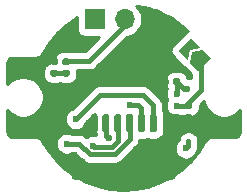
<source format=gtl>
G04 #@! TF.GenerationSoftware,KiCad,Pcbnew,(5.1.6-0-10_14)*
G04 #@! TF.CreationDate,2021-01-19T17:30:13+01:00*
G04 #@! TF.ProjectId,Encoder,456e636f-6465-4722-9e6b-696361645f70,1.1*
G04 #@! TF.SameCoordinates,Original*
G04 #@! TF.FileFunction,Copper,L1,Top*
G04 #@! TF.FilePolarity,Positive*
%FSLAX46Y46*%
G04 Gerber Fmt 4.6, Leading zero omitted, Abs format (unit mm)*
G04 Created by KiCad (PCBNEW (5.1.6-0-10_14)) date 2021-01-19 17:30:13*
%MOMM*%
%LPD*%
G01*
G04 APERTURE LIST*
G04 #@! TA.AperFunction,ComponentPad*
%ADD10O,1.700000X1.700000*%
G04 #@! TD*
G04 #@! TA.AperFunction,ComponentPad*
%ADD11R,1.700000X1.700000*%
G04 #@! TD*
G04 #@! TA.AperFunction,SMDPad,CuDef*
%ADD12C,0.100000*%
G04 #@! TD*
G04 #@! TA.AperFunction,ViaPad*
%ADD13C,0.600000*%
G04 #@! TD*
G04 #@! TA.AperFunction,Conductor*
%ADD14C,0.400000*%
G04 #@! TD*
G04 #@! TA.AperFunction,Conductor*
%ADD15C,0.254000*%
G04 #@! TD*
G04 APERTURE END LIST*
G04 #@! TA.AperFunction,SMDPad,CuDef*
G36*
G01*
X120388000Y-100037400D02*
X120388000Y-98736600D01*
G75*
G02*
X120637600Y-98487000I249600J0D01*
G01*
X121338400Y-98487000D01*
G75*
G02*
X121588000Y-98736600I0J-249600D01*
G01*
X121588000Y-100037400D01*
G75*
G02*
X121338400Y-100287000I-249600J0D01*
G01*
X120637600Y-100287000D01*
G75*
G02*
X120388000Y-100037400I0J249600D01*
G01*
G37*
G04 #@! TD.AperFunction*
G04 #@! TA.AperFunction,SMDPad,CuDef*
G36*
G01*
X112788000Y-100037400D02*
X112788000Y-98736600D01*
G75*
G02*
X113037600Y-98487000I249600J0D01*
G01*
X113738400Y-98487000D01*
G75*
G02*
X113988000Y-98736600I0J-249600D01*
G01*
X113988000Y-100037400D01*
G75*
G02*
X113738400Y-100287000I-249600J0D01*
G01*
X113037600Y-100287000D01*
G75*
G02*
X112788000Y-100037400I0J249600D01*
G01*
G37*
G04 #@! TD.AperFunction*
G04 #@! TA.AperFunction,SMDPad,CuDef*
G36*
G01*
X119388000Y-96137000D02*
X119388000Y-94887000D01*
G75*
G02*
X119538000Y-94737000I150000J0D01*
G01*
X119838000Y-94737000D01*
G75*
G02*
X119988000Y-94887000I0J-150000D01*
G01*
X119988000Y-96137000D01*
G75*
G02*
X119838000Y-96287000I-150000J0D01*
G01*
X119538000Y-96287000D01*
G75*
G02*
X119388000Y-96137000I0J150000D01*
G01*
G37*
G04 #@! TD.AperFunction*
G04 #@! TA.AperFunction,SMDPad,CuDef*
G36*
G01*
X118388000Y-96137000D02*
X118388000Y-94887000D01*
G75*
G02*
X118538000Y-94737000I150000J0D01*
G01*
X118838000Y-94737000D01*
G75*
G02*
X118988000Y-94887000I0J-150000D01*
G01*
X118988000Y-96137000D01*
G75*
G02*
X118838000Y-96287000I-150000J0D01*
G01*
X118538000Y-96287000D01*
G75*
G02*
X118388000Y-96137000I0J150000D01*
G01*
G37*
G04 #@! TD.AperFunction*
G04 #@! TA.AperFunction,SMDPad,CuDef*
G36*
G01*
X117388000Y-96137000D02*
X117388000Y-94887000D01*
G75*
G02*
X117538000Y-94737000I150000J0D01*
G01*
X117838000Y-94737000D01*
G75*
G02*
X117988000Y-94887000I0J-150000D01*
G01*
X117988000Y-96137000D01*
G75*
G02*
X117838000Y-96287000I-150000J0D01*
G01*
X117538000Y-96287000D01*
G75*
G02*
X117388000Y-96137000I0J150000D01*
G01*
G37*
G04 #@! TD.AperFunction*
G04 #@! TA.AperFunction,SMDPad,CuDef*
G36*
G01*
X116388000Y-96137000D02*
X116388000Y-94887000D01*
G75*
G02*
X116538000Y-94737000I150000J0D01*
G01*
X116838000Y-94737000D01*
G75*
G02*
X116988000Y-94887000I0J-150000D01*
G01*
X116988000Y-96137000D01*
G75*
G02*
X116838000Y-96287000I-150000J0D01*
G01*
X116538000Y-96287000D01*
G75*
G02*
X116388000Y-96137000I0J150000D01*
G01*
G37*
G04 #@! TD.AperFunction*
G04 #@! TA.AperFunction,SMDPad,CuDef*
G36*
G01*
X115388000Y-96137000D02*
X115388000Y-94887000D01*
G75*
G02*
X115538000Y-94737000I150000J0D01*
G01*
X115838000Y-94737000D01*
G75*
G02*
X115988000Y-94887000I0J-150000D01*
G01*
X115988000Y-96137000D01*
G75*
G02*
X115838000Y-96287000I-150000J0D01*
G01*
X115538000Y-96287000D01*
G75*
G02*
X115388000Y-96137000I0J150000D01*
G01*
G37*
G04 #@! TD.AperFunction*
G04 #@! TA.AperFunction,SMDPad,CuDef*
G36*
G01*
X114388000Y-96137000D02*
X114388000Y-94887000D01*
G75*
G02*
X114538000Y-94737000I150000J0D01*
G01*
X114838000Y-94737000D01*
G75*
G02*
X114988000Y-94887000I0J-150000D01*
G01*
X114988000Y-96137000D01*
G75*
G02*
X114838000Y-96287000I-150000J0D01*
G01*
X114538000Y-96287000D01*
G75*
G02*
X114388000Y-96137000I0J150000D01*
G01*
G37*
G04 #@! TD.AperFunction*
D10*
X119828000Y-86712000D03*
X117288000Y-86712000D03*
D11*
X114748000Y-86712000D03*
G04 #@! TA.AperFunction,SMDPad,CuDef*
D12*
G36*
X122993545Y-89517545D02*
G01*
X123877429Y-89340769D01*
X124584535Y-90047875D01*
X123523875Y-91108535D01*
X122816769Y-90401429D01*
X122993545Y-89517545D01*
G37*
G04 #@! TD.AperFunction*
G04 #@! TA.AperFunction,SMDPad,CuDef*
G36*
X122852125Y-88315465D02*
G01*
X123665297Y-89128637D01*
X122781414Y-89305414D01*
X122604637Y-90189297D01*
X121791465Y-89376125D01*
X122852125Y-88315465D01*
G37*
G04 #@! TD.AperFunction*
G04 #@! TA.AperFunction,SMDPad,CuDef*
G36*
G01*
X111140500Y-90977000D02*
X111485500Y-90977000D01*
G75*
G02*
X111633000Y-91124500I0J-147500D01*
G01*
X111633000Y-91419500D01*
G75*
G02*
X111485500Y-91567000I-147500J0D01*
G01*
X111140500Y-91567000D01*
G75*
G02*
X110993000Y-91419500I0J147500D01*
G01*
X110993000Y-91124500D01*
G75*
G02*
X111140500Y-90977000I147500J0D01*
G01*
G37*
G04 #@! TD.AperFunction*
G04 #@! TA.AperFunction,SMDPad,CuDef*
G36*
G01*
X111140500Y-90007000D02*
X111485500Y-90007000D01*
G75*
G02*
X111633000Y-90154500I0J-147500D01*
G01*
X111633000Y-90449500D01*
G75*
G02*
X111485500Y-90597000I-147500J0D01*
G01*
X111140500Y-90597000D01*
G75*
G02*
X110993000Y-90449500I0J147500D01*
G01*
X110993000Y-90154500D01*
G75*
G02*
X111140500Y-90007000I147500J0D01*
G01*
G37*
G04 #@! TD.AperFunction*
G04 #@! TA.AperFunction,SMDPad,CuDef*
G36*
G01*
X112485500Y-90597000D02*
X112140500Y-90597000D01*
G75*
G02*
X111993000Y-90449500I0J147500D01*
G01*
X111993000Y-90154500D01*
G75*
G02*
X112140500Y-90007000I147500J0D01*
G01*
X112485500Y-90007000D01*
G75*
G02*
X112633000Y-90154500I0J-147500D01*
G01*
X112633000Y-90449500D01*
G75*
G02*
X112485500Y-90597000I-147500J0D01*
G01*
G37*
G04 #@! TD.AperFunction*
G04 #@! TA.AperFunction,SMDPad,CuDef*
G36*
G01*
X112485500Y-91567000D02*
X112140500Y-91567000D01*
G75*
G02*
X111993000Y-91419500I0J147500D01*
G01*
X111993000Y-91124500D01*
G75*
G02*
X112140500Y-90977000I147500J0D01*
G01*
X112485500Y-90977000D01*
G75*
G02*
X112633000Y-91124500I0J-147500D01*
G01*
X112633000Y-91419500D01*
G75*
G02*
X112485500Y-91567000I-147500J0D01*
G01*
G37*
G04 #@! TD.AperFunction*
G04 #@! TA.AperFunction,SMDPad,CuDef*
G36*
G01*
X121378000Y-92184500D02*
X121378000Y-91839500D01*
G75*
G02*
X121525500Y-91692000I147500J0D01*
G01*
X121820500Y-91692000D01*
G75*
G02*
X121968000Y-91839500I0J-147500D01*
G01*
X121968000Y-92184500D01*
G75*
G02*
X121820500Y-92332000I-147500J0D01*
G01*
X121525500Y-92332000D01*
G75*
G02*
X121378000Y-92184500I0J147500D01*
G01*
G37*
G04 #@! TD.AperFunction*
G04 #@! TA.AperFunction,SMDPad,CuDef*
G36*
G01*
X120408000Y-92184500D02*
X120408000Y-91839500D01*
G75*
G02*
X120555500Y-91692000I147500J0D01*
G01*
X120850500Y-91692000D01*
G75*
G02*
X120998000Y-91839500I0J-147500D01*
G01*
X120998000Y-92184500D01*
G75*
G02*
X120850500Y-92332000I-147500J0D01*
G01*
X120555500Y-92332000D01*
G75*
G02*
X120408000Y-92184500I0J147500D01*
G01*
G37*
G04 #@! TD.AperFunction*
G04 #@! TA.AperFunction,SMDPad,CuDef*
G36*
G01*
X122515500Y-94702000D02*
X122860500Y-94702000D01*
G75*
G02*
X123008000Y-94849500I0J-147500D01*
G01*
X123008000Y-95144500D01*
G75*
G02*
X122860500Y-95292000I-147500J0D01*
G01*
X122515500Y-95292000D01*
G75*
G02*
X122368000Y-95144500I0J147500D01*
G01*
X122368000Y-94849500D01*
G75*
G02*
X122515500Y-94702000I147500J0D01*
G01*
G37*
G04 #@! TD.AperFunction*
G04 #@! TA.AperFunction,SMDPad,CuDef*
G36*
G01*
X122515500Y-93732000D02*
X122860500Y-93732000D01*
G75*
G02*
X123008000Y-93879500I0J-147500D01*
G01*
X123008000Y-94174500D01*
G75*
G02*
X122860500Y-94322000I-147500J0D01*
G01*
X122515500Y-94322000D01*
G75*
G02*
X122368000Y-94174500I0J147500D01*
G01*
X122368000Y-93879500D01*
G75*
G02*
X122515500Y-93732000I147500J0D01*
G01*
G37*
G04 #@! TD.AperFunction*
D13*
X121688000Y-95012000D03*
X120313000Y-90262000D03*
X117963000Y-89312000D03*
X112113000Y-89062000D03*
X116338000Y-91812000D03*
X113338000Y-96237000D03*
X121688000Y-94012000D03*
X121688000Y-93012000D03*
X122588000Y-92612000D03*
X122388000Y-89312000D03*
X122450501Y-97649499D03*
X115913000Y-96787000D03*
X113131016Y-95159645D03*
X117688000Y-93947000D03*
X112363000Y-97237000D03*
X114638011Y-97436995D03*
D14*
X121703000Y-94027000D02*
X121688000Y-94012000D01*
X122688000Y-94027000D02*
X121703000Y-94027000D01*
X123700652Y-90931758D02*
X123700652Y-90224652D01*
X122688000Y-93732000D02*
X123700652Y-92719348D01*
X123700652Y-92719348D02*
X123700652Y-90931758D01*
X122688000Y-94027000D02*
X122688000Y-93732000D01*
X121673000Y-92997000D02*
X121688000Y-93012000D01*
X121673000Y-92012000D02*
X121673000Y-92997000D01*
X122288000Y-92612000D02*
X122588000Y-92612000D01*
X121688000Y-92012000D02*
X122288000Y-92612000D01*
X121673000Y-92012000D02*
X121688000Y-92012000D01*
X122673000Y-97427000D02*
X122450501Y-97649499D01*
X122673000Y-97012000D02*
X122673000Y-97427000D01*
X115688000Y-96562000D02*
X115913000Y-96787000D01*
X115688000Y-95512000D02*
X115688000Y-96562000D01*
X117288000Y-87187000D02*
X117288000Y-86712000D01*
X112403000Y-90212000D02*
X114263000Y-90212000D01*
X114263000Y-90212000D02*
X117288000Y-87187000D01*
X112313000Y-90302000D02*
X112403000Y-90212000D01*
X111313000Y-91272000D02*
X112313000Y-91272000D01*
X118813000Y-93112000D02*
X115178661Y-93112000D01*
X115178661Y-93112000D02*
X113131016Y-95159645D01*
X119688000Y-93987000D02*
X118813000Y-93112000D01*
X119688000Y-95512000D02*
X119688000Y-93987000D01*
X117688000Y-93947000D02*
X118373000Y-93947000D01*
X118688000Y-94262000D02*
X118688000Y-95512000D01*
X118373000Y-93947000D02*
X118688000Y-94262000D01*
X113402014Y-97237000D02*
X112363000Y-97237000D01*
X117688000Y-96871547D02*
X116422537Y-98137010D01*
X116422537Y-98137010D02*
X114302024Y-98137010D01*
X117688000Y-95512000D02*
X117688000Y-96871547D01*
X114302024Y-98137010D02*
X113402014Y-97237000D01*
X116688000Y-95512000D02*
X116688000Y-95962000D01*
X116224002Y-97487002D02*
X114688018Y-97487002D01*
X114688018Y-97487002D02*
X114638011Y-97436995D01*
X116688000Y-97023004D02*
X116224002Y-97487002D01*
X116688000Y-95512000D02*
X116688000Y-97023004D01*
D15*
G36*
X118315809Y-85555093D02*
G01*
X119358110Y-85779923D01*
X120360246Y-86144126D01*
X121303690Y-86640969D01*
X122170970Y-87261250D01*
X122649515Y-87713353D01*
X122607945Y-87725963D01*
X122497631Y-87784928D01*
X122400940Y-87864280D01*
X121340280Y-88924940D01*
X121260928Y-89021631D01*
X121201963Y-89131945D01*
X121165653Y-89251643D01*
X121153393Y-89376125D01*
X121165653Y-89500607D01*
X121201963Y-89620305D01*
X121260928Y-89730619D01*
X121340280Y-89827310D01*
X122153452Y-90640482D01*
X122249588Y-90719463D01*
X122273630Y-90732346D01*
X122286232Y-90755923D01*
X122365584Y-90852614D01*
X122865653Y-91352683D01*
X122865653Y-91714971D01*
X122860729Y-91712932D01*
X122680089Y-91677000D01*
X122588173Y-91677000D01*
X122546274Y-91538875D01*
X122473679Y-91403060D01*
X122375983Y-91284017D01*
X122256940Y-91186321D01*
X122121125Y-91113726D01*
X121973757Y-91069023D01*
X121820500Y-91053928D01*
X121525500Y-91053928D01*
X121372243Y-91069023D01*
X121224875Y-91113726D01*
X121089060Y-91186321D01*
X120970017Y-91284017D01*
X120872321Y-91403060D01*
X120799726Y-91538875D01*
X120755023Y-91686243D01*
X120739928Y-91839500D01*
X120739928Y-92184500D01*
X120755023Y-92337757D01*
X120799726Y-92485125D01*
X120838001Y-92556731D01*
X120838001Y-92620808D01*
X120788932Y-92739271D01*
X120753000Y-92919911D01*
X120753000Y-93104089D01*
X120788932Y-93284729D01*
X120859414Y-93454889D01*
X120897574Y-93512000D01*
X120859414Y-93569111D01*
X120788932Y-93739271D01*
X120753000Y-93919911D01*
X120753000Y-94104089D01*
X120788932Y-94284729D01*
X120859414Y-94454889D01*
X120961738Y-94608028D01*
X121091972Y-94738262D01*
X121245111Y-94840586D01*
X121415271Y-94911068D01*
X121595911Y-94947000D01*
X121780089Y-94947000D01*
X121960729Y-94911068D01*
X122079191Y-94862000D01*
X122143270Y-94862000D01*
X122214875Y-94900274D01*
X122362243Y-94944977D01*
X122515500Y-94960072D01*
X122860500Y-94960072D01*
X123013757Y-94944977D01*
X123161125Y-94900274D01*
X123296940Y-94827679D01*
X123415983Y-94729983D01*
X123513679Y-94610940D01*
X123586274Y-94475125D01*
X123630977Y-94327757D01*
X123646072Y-94174500D01*
X123646072Y-93954795D01*
X123980373Y-93620495D01*
X124019675Y-93818081D01*
X124150463Y-94133831D01*
X124340337Y-94417998D01*
X124582002Y-94659663D01*
X124866169Y-94849537D01*
X125181919Y-94980325D01*
X125517117Y-95047000D01*
X125858883Y-95047000D01*
X126194081Y-94980325D01*
X126509831Y-94849537D01*
X126793998Y-94659663D01*
X127028001Y-94425660D01*
X127028001Y-96279711D01*
X127018420Y-96377424D01*
X126999420Y-96440357D01*
X126968554Y-96498406D01*
X126927011Y-96549343D01*
X126876356Y-96591248D01*
X126818529Y-96622515D01*
X126755728Y-96641956D01*
X126660164Y-96652000D01*
X124655580Y-96652002D01*
X124558616Y-96661552D01*
X124434206Y-96699292D01*
X124319549Y-96760577D01*
X124219051Y-96843054D01*
X124136574Y-96943552D01*
X124116392Y-96981311D01*
X123539693Y-97905209D01*
X122857552Y-98724741D01*
X122070508Y-99444104D01*
X121193110Y-100050002D01*
X120241600Y-100531217D01*
X119233591Y-100878844D01*
X118187719Y-101086454D01*
X117123362Y-101150202D01*
X116060190Y-101068908D01*
X115017898Y-100844080D01*
X114015752Y-100479874D01*
X113072308Y-99983031D01*
X112205024Y-99362747D01*
X111429946Y-98630495D01*
X110759707Y-97797705D01*
X110359676Y-97144911D01*
X111428000Y-97144911D01*
X111428000Y-97329089D01*
X111463932Y-97509729D01*
X111534414Y-97679889D01*
X111636738Y-97833028D01*
X111766972Y-97963262D01*
X111920111Y-98065586D01*
X112090271Y-98136068D01*
X112270911Y-98172000D01*
X112455089Y-98172000D01*
X112635729Y-98136068D01*
X112790404Y-98072000D01*
X113056147Y-98072000D01*
X113682582Y-98698436D01*
X113708733Y-98730301D01*
X113835878Y-98834646D01*
X113980937Y-98912182D01*
X114138335Y-98959928D01*
X114261005Y-98972010D01*
X114261015Y-98972010D01*
X114302023Y-98976049D01*
X114343031Y-98972010D01*
X116381519Y-98972010D01*
X116422537Y-98976050D01*
X116463555Y-98972010D01*
X116463556Y-98972010D01*
X116586226Y-98959928D01*
X116743624Y-98912182D01*
X116888683Y-98834646D01*
X117015828Y-98730301D01*
X117041982Y-98698432D01*
X118183005Y-97557410D01*
X121515501Y-97557410D01*
X121515501Y-97741588D01*
X121551433Y-97922228D01*
X121621915Y-98092388D01*
X121724239Y-98245527D01*
X121854473Y-98375761D01*
X122007612Y-98478085D01*
X122177772Y-98548567D01*
X122358412Y-98584499D01*
X122542590Y-98584499D01*
X122723230Y-98548567D01*
X122893390Y-98478085D01*
X123046529Y-98375761D01*
X123176763Y-98245527D01*
X123279087Y-98092388D01*
X123349569Y-97922228D01*
X123350465Y-97917725D01*
X123370636Y-97893146D01*
X123448172Y-97748087D01*
X123495918Y-97590689D01*
X123508000Y-97468018D01*
X123512040Y-97427001D01*
X123508000Y-97385982D01*
X123508000Y-96970981D01*
X123495918Y-96848311D01*
X123448172Y-96690913D01*
X123370636Y-96545854D01*
X123266291Y-96418709D01*
X123139145Y-96314364D01*
X122994086Y-96236828D01*
X122836688Y-96189082D01*
X122673000Y-96172960D01*
X122509311Y-96189082D01*
X122351913Y-96236828D01*
X122206854Y-96314364D01*
X122079709Y-96418709D01*
X121975364Y-96545855D01*
X121897828Y-96690914D01*
X121850082Y-96848312D01*
X121841417Y-96936293D01*
X121724239Y-97053471D01*
X121621915Y-97206610D01*
X121551433Y-97376770D01*
X121515501Y-97557410D01*
X118183005Y-97557410D01*
X118249432Y-97490984D01*
X118281291Y-97464838D01*
X118333938Y-97400688D01*
X118385636Y-97337693D01*
X118463172Y-97192634D01*
X118510918Y-97035236D01*
X118519059Y-96952583D01*
X118521924Y-96923489D01*
X118538000Y-96925072D01*
X118838000Y-96925072D01*
X118991745Y-96909929D01*
X119139582Y-96865084D01*
X119188000Y-96839204D01*
X119236418Y-96865084D01*
X119384255Y-96909929D01*
X119538000Y-96925072D01*
X119838000Y-96925072D01*
X119991745Y-96909929D01*
X120139582Y-96865084D01*
X120275829Y-96792258D01*
X120395251Y-96694251D01*
X120493258Y-96574829D01*
X120566084Y-96438582D01*
X120610929Y-96290745D01*
X120626072Y-96137000D01*
X120626072Y-94887000D01*
X120610929Y-94733255D01*
X120566084Y-94585418D01*
X120523000Y-94504814D01*
X120523000Y-94028018D01*
X120527040Y-93987000D01*
X120510918Y-93823311D01*
X120463172Y-93665913D01*
X120385636Y-93520854D01*
X120307439Y-93425570D01*
X120307437Y-93425568D01*
X120281291Y-93393709D01*
X120249432Y-93367563D01*
X119432445Y-92550578D01*
X119406291Y-92518709D01*
X119279146Y-92414364D01*
X119134087Y-92336828D01*
X118976689Y-92289082D01*
X118854019Y-92277000D01*
X118854018Y-92277000D01*
X118813000Y-92272960D01*
X118771982Y-92277000D01*
X115219668Y-92277000D01*
X115178660Y-92272961D01*
X115137652Y-92277000D01*
X115137642Y-92277000D01*
X115014972Y-92289082D01*
X114857574Y-92336828D01*
X114712515Y-92414364D01*
X114585370Y-92518709D01*
X114559220Y-92550573D01*
X112842803Y-94266990D01*
X112688127Y-94331059D01*
X112534988Y-94433383D01*
X112404754Y-94563617D01*
X112302430Y-94716756D01*
X112231948Y-94886916D01*
X112196016Y-95067556D01*
X112196016Y-95251734D01*
X112231948Y-95432374D01*
X112302430Y-95602534D01*
X112404754Y-95755673D01*
X112534988Y-95885907D01*
X112688127Y-95988231D01*
X112858287Y-96058713D01*
X113038927Y-96094645D01*
X113223105Y-96094645D01*
X113403745Y-96058713D01*
X113573905Y-95988231D01*
X113727044Y-95885907D01*
X113857278Y-95755673D01*
X113959602Y-95602534D01*
X114023671Y-95447858D01*
X114776739Y-94694789D01*
X114765071Y-94733255D01*
X114749928Y-94887000D01*
X114749928Y-96137000D01*
X114765071Y-96290745D01*
X114809916Y-96438582D01*
X114853001Y-96519188D01*
X114853001Y-96520972D01*
X114852473Y-96526337D01*
X114730100Y-96501995D01*
X114545922Y-96501995D01*
X114365282Y-96537927D01*
X114195122Y-96608409D01*
X114050754Y-96704873D01*
X114021460Y-96675579D01*
X113995305Y-96643709D01*
X113868160Y-96539364D01*
X113723101Y-96461828D01*
X113565703Y-96414082D01*
X113443033Y-96402000D01*
X113443032Y-96402000D01*
X113402014Y-96397960D01*
X113360996Y-96402000D01*
X112790404Y-96402000D01*
X112635729Y-96337932D01*
X112455089Y-96302000D01*
X112270911Y-96302000D01*
X112090271Y-96337932D01*
X111920111Y-96408414D01*
X111766972Y-96510738D01*
X111636738Y-96640972D01*
X111534414Y-96794111D01*
X111463932Y-96964271D01*
X111428000Y-97144911D01*
X110359676Y-97144911D01*
X110260890Y-96983708D01*
X110239425Y-96943550D01*
X110198742Y-96893978D01*
X110198735Y-96893968D01*
X110198726Y-96893959D01*
X110156948Y-96843052D01*
X110056450Y-96760575D01*
X109941793Y-96699290D01*
X109817383Y-96661550D01*
X109720419Y-96652000D01*
X107720279Y-96652000D01*
X107622576Y-96642420D01*
X107559643Y-96623420D01*
X107501594Y-96592554D01*
X107450657Y-96551011D01*
X107408752Y-96500356D01*
X107377485Y-96442529D01*
X107358044Y-96379728D01*
X107348000Y-96284165D01*
X107348000Y-94425661D01*
X107582002Y-94659663D01*
X107866169Y-94849537D01*
X108181919Y-94980325D01*
X108517117Y-95047000D01*
X108858883Y-95047000D01*
X109194081Y-94980325D01*
X109509831Y-94849537D01*
X109793998Y-94659663D01*
X110035663Y-94417998D01*
X110225537Y-94133831D01*
X110356325Y-93818081D01*
X110423000Y-93482883D01*
X110423000Y-93141117D01*
X110356325Y-92805919D01*
X110225537Y-92490169D01*
X110035663Y-92206002D01*
X109793998Y-91964337D01*
X109509831Y-91774463D01*
X109194081Y-91643675D01*
X108858883Y-91577000D01*
X108517117Y-91577000D01*
X108181919Y-91643675D01*
X107866169Y-91774463D01*
X107582002Y-91964337D01*
X107348000Y-92198339D01*
X107348000Y-90344279D01*
X107357580Y-90246576D01*
X107376580Y-90183644D01*
X107407445Y-90125595D01*
X107448989Y-90074657D01*
X107499644Y-90032752D01*
X107557471Y-90001485D01*
X107620272Y-89982044D01*
X107715844Y-89971999D01*
X109720419Y-89972001D01*
X109817383Y-89962451D01*
X109941793Y-89924711D01*
X110056450Y-89863426D01*
X110156948Y-89780949D01*
X110239425Y-89680451D01*
X110259605Y-89642696D01*
X110836307Y-88718791D01*
X111518445Y-87899265D01*
X112305496Y-87179895D01*
X113182889Y-86574000D01*
X113259928Y-86535038D01*
X113259928Y-87562000D01*
X113272188Y-87686482D01*
X113308498Y-87806180D01*
X113367463Y-87916494D01*
X113446815Y-88013185D01*
X113543506Y-88092537D01*
X113653820Y-88151502D01*
X113773518Y-88187812D01*
X113898000Y-88200072D01*
X115094061Y-88200072D01*
X113917133Y-89377000D01*
X112567454Y-89377000D01*
X112485500Y-89368928D01*
X112140500Y-89368928D01*
X111987243Y-89384023D01*
X111839875Y-89428726D01*
X111704060Y-89501321D01*
X111585017Y-89599017D01*
X111487321Y-89718060D01*
X111414726Y-89853875D01*
X111370023Y-90001243D01*
X111354928Y-90154500D01*
X111354928Y-90338928D01*
X111140500Y-90338928D01*
X110987243Y-90354023D01*
X110839875Y-90398726D01*
X110704060Y-90471321D01*
X110585017Y-90569017D01*
X110487321Y-90688060D01*
X110414726Y-90823875D01*
X110370023Y-90971243D01*
X110354928Y-91124500D01*
X110354928Y-91419500D01*
X110370023Y-91572757D01*
X110414726Y-91720125D01*
X110487321Y-91855940D01*
X110585017Y-91974983D01*
X110704060Y-92072679D01*
X110839875Y-92145274D01*
X110987243Y-92189977D01*
X111140500Y-92205072D01*
X111485500Y-92205072D01*
X111638757Y-92189977D01*
X111786125Y-92145274D01*
X111813000Y-92130909D01*
X111839875Y-92145274D01*
X111987243Y-92189977D01*
X112140500Y-92205072D01*
X112485500Y-92205072D01*
X112638757Y-92189977D01*
X112786125Y-92145274D01*
X112921940Y-92072679D01*
X113040983Y-91974983D01*
X113138679Y-91855940D01*
X113211274Y-91720125D01*
X113255977Y-91572757D01*
X113271072Y-91419500D01*
X113271072Y-91124500D01*
X113263439Y-91047000D01*
X114221982Y-91047000D01*
X114263000Y-91051040D01*
X114304018Y-91047000D01*
X114304019Y-91047000D01*
X114426689Y-91034918D01*
X114584087Y-90987172D01*
X114729146Y-90909636D01*
X114856291Y-90805291D01*
X114882446Y-90773421D01*
X117464978Y-88190890D01*
X117721158Y-88139932D01*
X117991411Y-88027990D01*
X118234632Y-87865475D01*
X118441475Y-87658632D01*
X118603990Y-87415411D01*
X118715932Y-87145158D01*
X118773000Y-86858260D01*
X118773000Y-86565740D01*
X118715932Y-86278842D01*
X118603990Y-86008589D01*
X118441475Y-85765368D01*
X118234632Y-85558525D01*
X118218342Y-85547640D01*
X118315809Y-85555093D01*
G37*
X118315809Y-85555093D02*
X119358110Y-85779923D01*
X120360246Y-86144126D01*
X121303690Y-86640969D01*
X122170970Y-87261250D01*
X122649515Y-87713353D01*
X122607945Y-87725963D01*
X122497631Y-87784928D01*
X122400940Y-87864280D01*
X121340280Y-88924940D01*
X121260928Y-89021631D01*
X121201963Y-89131945D01*
X121165653Y-89251643D01*
X121153393Y-89376125D01*
X121165653Y-89500607D01*
X121201963Y-89620305D01*
X121260928Y-89730619D01*
X121340280Y-89827310D01*
X122153452Y-90640482D01*
X122249588Y-90719463D01*
X122273630Y-90732346D01*
X122286232Y-90755923D01*
X122365584Y-90852614D01*
X122865653Y-91352683D01*
X122865653Y-91714971D01*
X122860729Y-91712932D01*
X122680089Y-91677000D01*
X122588173Y-91677000D01*
X122546274Y-91538875D01*
X122473679Y-91403060D01*
X122375983Y-91284017D01*
X122256940Y-91186321D01*
X122121125Y-91113726D01*
X121973757Y-91069023D01*
X121820500Y-91053928D01*
X121525500Y-91053928D01*
X121372243Y-91069023D01*
X121224875Y-91113726D01*
X121089060Y-91186321D01*
X120970017Y-91284017D01*
X120872321Y-91403060D01*
X120799726Y-91538875D01*
X120755023Y-91686243D01*
X120739928Y-91839500D01*
X120739928Y-92184500D01*
X120755023Y-92337757D01*
X120799726Y-92485125D01*
X120838001Y-92556731D01*
X120838001Y-92620808D01*
X120788932Y-92739271D01*
X120753000Y-92919911D01*
X120753000Y-93104089D01*
X120788932Y-93284729D01*
X120859414Y-93454889D01*
X120897574Y-93512000D01*
X120859414Y-93569111D01*
X120788932Y-93739271D01*
X120753000Y-93919911D01*
X120753000Y-94104089D01*
X120788932Y-94284729D01*
X120859414Y-94454889D01*
X120961738Y-94608028D01*
X121091972Y-94738262D01*
X121245111Y-94840586D01*
X121415271Y-94911068D01*
X121595911Y-94947000D01*
X121780089Y-94947000D01*
X121960729Y-94911068D01*
X122079191Y-94862000D01*
X122143270Y-94862000D01*
X122214875Y-94900274D01*
X122362243Y-94944977D01*
X122515500Y-94960072D01*
X122860500Y-94960072D01*
X123013757Y-94944977D01*
X123161125Y-94900274D01*
X123296940Y-94827679D01*
X123415983Y-94729983D01*
X123513679Y-94610940D01*
X123586274Y-94475125D01*
X123630977Y-94327757D01*
X123646072Y-94174500D01*
X123646072Y-93954795D01*
X123980373Y-93620495D01*
X124019675Y-93818081D01*
X124150463Y-94133831D01*
X124340337Y-94417998D01*
X124582002Y-94659663D01*
X124866169Y-94849537D01*
X125181919Y-94980325D01*
X125517117Y-95047000D01*
X125858883Y-95047000D01*
X126194081Y-94980325D01*
X126509831Y-94849537D01*
X126793998Y-94659663D01*
X127028001Y-94425660D01*
X127028001Y-96279711D01*
X127018420Y-96377424D01*
X126999420Y-96440357D01*
X126968554Y-96498406D01*
X126927011Y-96549343D01*
X126876356Y-96591248D01*
X126818529Y-96622515D01*
X126755728Y-96641956D01*
X126660164Y-96652000D01*
X124655580Y-96652002D01*
X124558616Y-96661552D01*
X124434206Y-96699292D01*
X124319549Y-96760577D01*
X124219051Y-96843054D01*
X124136574Y-96943552D01*
X124116392Y-96981311D01*
X123539693Y-97905209D01*
X122857552Y-98724741D01*
X122070508Y-99444104D01*
X121193110Y-100050002D01*
X120241600Y-100531217D01*
X119233591Y-100878844D01*
X118187719Y-101086454D01*
X117123362Y-101150202D01*
X116060190Y-101068908D01*
X115017898Y-100844080D01*
X114015752Y-100479874D01*
X113072308Y-99983031D01*
X112205024Y-99362747D01*
X111429946Y-98630495D01*
X110759707Y-97797705D01*
X110359676Y-97144911D01*
X111428000Y-97144911D01*
X111428000Y-97329089D01*
X111463932Y-97509729D01*
X111534414Y-97679889D01*
X111636738Y-97833028D01*
X111766972Y-97963262D01*
X111920111Y-98065586D01*
X112090271Y-98136068D01*
X112270911Y-98172000D01*
X112455089Y-98172000D01*
X112635729Y-98136068D01*
X112790404Y-98072000D01*
X113056147Y-98072000D01*
X113682582Y-98698436D01*
X113708733Y-98730301D01*
X113835878Y-98834646D01*
X113980937Y-98912182D01*
X114138335Y-98959928D01*
X114261005Y-98972010D01*
X114261015Y-98972010D01*
X114302023Y-98976049D01*
X114343031Y-98972010D01*
X116381519Y-98972010D01*
X116422537Y-98976050D01*
X116463555Y-98972010D01*
X116463556Y-98972010D01*
X116586226Y-98959928D01*
X116743624Y-98912182D01*
X116888683Y-98834646D01*
X117015828Y-98730301D01*
X117041982Y-98698432D01*
X118183005Y-97557410D01*
X121515501Y-97557410D01*
X121515501Y-97741588D01*
X121551433Y-97922228D01*
X121621915Y-98092388D01*
X121724239Y-98245527D01*
X121854473Y-98375761D01*
X122007612Y-98478085D01*
X122177772Y-98548567D01*
X122358412Y-98584499D01*
X122542590Y-98584499D01*
X122723230Y-98548567D01*
X122893390Y-98478085D01*
X123046529Y-98375761D01*
X123176763Y-98245527D01*
X123279087Y-98092388D01*
X123349569Y-97922228D01*
X123350465Y-97917725D01*
X123370636Y-97893146D01*
X123448172Y-97748087D01*
X123495918Y-97590689D01*
X123508000Y-97468018D01*
X123512040Y-97427001D01*
X123508000Y-97385982D01*
X123508000Y-96970981D01*
X123495918Y-96848311D01*
X123448172Y-96690913D01*
X123370636Y-96545854D01*
X123266291Y-96418709D01*
X123139145Y-96314364D01*
X122994086Y-96236828D01*
X122836688Y-96189082D01*
X122673000Y-96172960D01*
X122509311Y-96189082D01*
X122351913Y-96236828D01*
X122206854Y-96314364D01*
X122079709Y-96418709D01*
X121975364Y-96545855D01*
X121897828Y-96690914D01*
X121850082Y-96848312D01*
X121841417Y-96936293D01*
X121724239Y-97053471D01*
X121621915Y-97206610D01*
X121551433Y-97376770D01*
X121515501Y-97557410D01*
X118183005Y-97557410D01*
X118249432Y-97490984D01*
X118281291Y-97464838D01*
X118333938Y-97400688D01*
X118385636Y-97337693D01*
X118463172Y-97192634D01*
X118510918Y-97035236D01*
X118519059Y-96952583D01*
X118521924Y-96923489D01*
X118538000Y-96925072D01*
X118838000Y-96925072D01*
X118991745Y-96909929D01*
X119139582Y-96865084D01*
X119188000Y-96839204D01*
X119236418Y-96865084D01*
X119384255Y-96909929D01*
X119538000Y-96925072D01*
X119838000Y-96925072D01*
X119991745Y-96909929D01*
X120139582Y-96865084D01*
X120275829Y-96792258D01*
X120395251Y-96694251D01*
X120493258Y-96574829D01*
X120566084Y-96438582D01*
X120610929Y-96290745D01*
X120626072Y-96137000D01*
X120626072Y-94887000D01*
X120610929Y-94733255D01*
X120566084Y-94585418D01*
X120523000Y-94504814D01*
X120523000Y-94028018D01*
X120527040Y-93987000D01*
X120510918Y-93823311D01*
X120463172Y-93665913D01*
X120385636Y-93520854D01*
X120307439Y-93425570D01*
X120307437Y-93425568D01*
X120281291Y-93393709D01*
X120249432Y-93367563D01*
X119432445Y-92550578D01*
X119406291Y-92518709D01*
X119279146Y-92414364D01*
X119134087Y-92336828D01*
X118976689Y-92289082D01*
X118854019Y-92277000D01*
X118854018Y-92277000D01*
X118813000Y-92272960D01*
X118771982Y-92277000D01*
X115219668Y-92277000D01*
X115178660Y-92272961D01*
X115137652Y-92277000D01*
X115137642Y-92277000D01*
X115014972Y-92289082D01*
X114857574Y-92336828D01*
X114712515Y-92414364D01*
X114585370Y-92518709D01*
X114559220Y-92550573D01*
X112842803Y-94266990D01*
X112688127Y-94331059D01*
X112534988Y-94433383D01*
X112404754Y-94563617D01*
X112302430Y-94716756D01*
X112231948Y-94886916D01*
X112196016Y-95067556D01*
X112196016Y-95251734D01*
X112231948Y-95432374D01*
X112302430Y-95602534D01*
X112404754Y-95755673D01*
X112534988Y-95885907D01*
X112688127Y-95988231D01*
X112858287Y-96058713D01*
X113038927Y-96094645D01*
X113223105Y-96094645D01*
X113403745Y-96058713D01*
X113573905Y-95988231D01*
X113727044Y-95885907D01*
X113857278Y-95755673D01*
X113959602Y-95602534D01*
X114023671Y-95447858D01*
X114776739Y-94694789D01*
X114765071Y-94733255D01*
X114749928Y-94887000D01*
X114749928Y-96137000D01*
X114765071Y-96290745D01*
X114809916Y-96438582D01*
X114853001Y-96519188D01*
X114853001Y-96520972D01*
X114852473Y-96526337D01*
X114730100Y-96501995D01*
X114545922Y-96501995D01*
X114365282Y-96537927D01*
X114195122Y-96608409D01*
X114050754Y-96704873D01*
X114021460Y-96675579D01*
X113995305Y-96643709D01*
X113868160Y-96539364D01*
X113723101Y-96461828D01*
X113565703Y-96414082D01*
X113443033Y-96402000D01*
X113443032Y-96402000D01*
X113402014Y-96397960D01*
X113360996Y-96402000D01*
X112790404Y-96402000D01*
X112635729Y-96337932D01*
X112455089Y-96302000D01*
X112270911Y-96302000D01*
X112090271Y-96337932D01*
X111920111Y-96408414D01*
X111766972Y-96510738D01*
X111636738Y-96640972D01*
X111534414Y-96794111D01*
X111463932Y-96964271D01*
X111428000Y-97144911D01*
X110359676Y-97144911D01*
X110260890Y-96983708D01*
X110239425Y-96943550D01*
X110198742Y-96893978D01*
X110198735Y-96893968D01*
X110198726Y-96893959D01*
X110156948Y-96843052D01*
X110056450Y-96760575D01*
X109941793Y-96699290D01*
X109817383Y-96661550D01*
X109720419Y-96652000D01*
X107720279Y-96652000D01*
X107622576Y-96642420D01*
X107559643Y-96623420D01*
X107501594Y-96592554D01*
X107450657Y-96551011D01*
X107408752Y-96500356D01*
X107377485Y-96442529D01*
X107358044Y-96379728D01*
X107348000Y-96284165D01*
X107348000Y-94425661D01*
X107582002Y-94659663D01*
X107866169Y-94849537D01*
X108181919Y-94980325D01*
X108517117Y-95047000D01*
X108858883Y-95047000D01*
X109194081Y-94980325D01*
X109509831Y-94849537D01*
X109793998Y-94659663D01*
X110035663Y-94417998D01*
X110225537Y-94133831D01*
X110356325Y-93818081D01*
X110423000Y-93482883D01*
X110423000Y-93141117D01*
X110356325Y-92805919D01*
X110225537Y-92490169D01*
X110035663Y-92206002D01*
X109793998Y-91964337D01*
X109509831Y-91774463D01*
X109194081Y-91643675D01*
X108858883Y-91577000D01*
X108517117Y-91577000D01*
X108181919Y-91643675D01*
X107866169Y-91774463D01*
X107582002Y-91964337D01*
X107348000Y-92198339D01*
X107348000Y-90344279D01*
X107357580Y-90246576D01*
X107376580Y-90183644D01*
X107407445Y-90125595D01*
X107448989Y-90074657D01*
X107499644Y-90032752D01*
X107557471Y-90001485D01*
X107620272Y-89982044D01*
X107715844Y-89971999D01*
X109720419Y-89972001D01*
X109817383Y-89962451D01*
X109941793Y-89924711D01*
X110056450Y-89863426D01*
X110156948Y-89780949D01*
X110239425Y-89680451D01*
X110259605Y-89642696D01*
X110836307Y-88718791D01*
X111518445Y-87899265D01*
X112305496Y-87179895D01*
X113182889Y-86574000D01*
X113259928Y-86535038D01*
X113259928Y-87562000D01*
X113272188Y-87686482D01*
X113308498Y-87806180D01*
X113367463Y-87916494D01*
X113446815Y-88013185D01*
X113543506Y-88092537D01*
X113653820Y-88151502D01*
X113773518Y-88187812D01*
X113898000Y-88200072D01*
X115094061Y-88200072D01*
X113917133Y-89377000D01*
X112567454Y-89377000D01*
X112485500Y-89368928D01*
X112140500Y-89368928D01*
X111987243Y-89384023D01*
X111839875Y-89428726D01*
X111704060Y-89501321D01*
X111585017Y-89599017D01*
X111487321Y-89718060D01*
X111414726Y-89853875D01*
X111370023Y-90001243D01*
X111354928Y-90154500D01*
X111354928Y-90338928D01*
X111140500Y-90338928D01*
X110987243Y-90354023D01*
X110839875Y-90398726D01*
X110704060Y-90471321D01*
X110585017Y-90569017D01*
X110487321Y-90688060D01*
X110414726Y-90823875D01*
X110370023Y-90971243D01*
X110354928Y-91124500D01*
X110354928Y-91419500D01*
X110370023Y-91572757D01*
X110414726Y-91720125D01*
X110487321Y-91855940D01*
X110585017Y-91974983D01*
X110704060Y-92072679D01*
X110839875Y-92145274D01*
X110987243Y-92189977D01*
X111140500Y-92205072D01*
X111485500Y-92205072D01*
X111638757Y-92189977D01*
X111786125Y-92145274D01*
X111813000Y-92130909D01*
X111839875Y-92145274D01*
X111987243Y-92189977D01*
X112140500Y-92205072D01*
X112485500Y-92205072D01*
X112638757Y-92189977D01*
X112786125Y-92145274D01*
X112921940Y-92072679D01*
X113040983Y-91974983D01*
X113138679Y-91855940D01*
X113211274Y-91720125D01*
X113255977Y-91572757D01*
X113271072Y-91419500D01*
X113271072Y-91124500D01*
X113263439Y-91047000D01*
X114221982Y-91047000D01*
X114263000Y-91051040D01*
X114304018Y-91047000D01*
X114304019Y-91047000D01*
X114426689Y-91034918D01*
X114584087Y-90987172D01*
X114729146Y-90909636D01*
X114856291Y-90805291D01*
X114882446Y-90773421D01*
X117464978Y-88190890D01*
X117721158Y-88139932D01*
X117991411Y-88027990D01*
X118234632Y-87865475D01*
X118441475Y-87658632D01*
X118603990Y-87415411D01*
X118715932Y-87145158D01*
X118773000Y-86858260D01*
X118773000Y-86565740D01*
X118715932Y-86278842D01*
X118603990Y-86008589D01*
X118441475Y-85765368D01*
X118234632Y-85558525D01*
X118218342Y-85547640D01*
X118315809Y-85555093D01*
M02*

</source>
